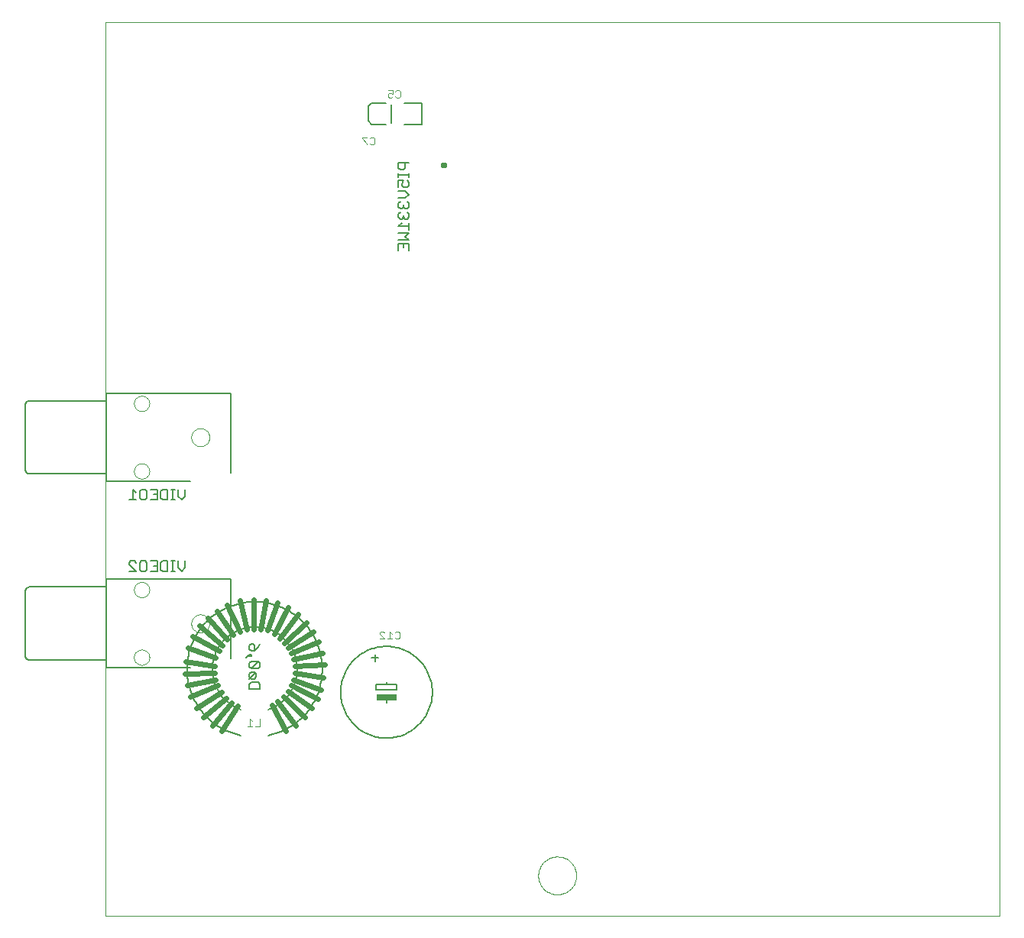
<source format=gbo>
G75*
%MOIN*%
%OFA0B0*%
%FSLAX24Y24*%
%IPPOS*%
%LPD*%
%AMOC8*
5,1,8,0,0,1.08239X$1,22.5*
%
%ADD10C,0.0000*%
%ADD11C,0.0180*%
%ADD12C,0.0050*%
%ADD13C,0.0080*%
%ADD14C,0.0040*%
%ADD15C,0.0060*%
%ADD16R,0.0900X0.0250*%
%ADD17C,0.0240*%
D10*
X003644Y000150D02*
X003644Y039150D01*
X042644Y039150D01*
X042644Y000150D01*
X003644Y000150D01*
X004884Y011424D02*
X004886Y011460D01*
X004892Y011496D01*
X004902Y011531D01*
X004915Y011565D01*
X004932Y011597D01*
X004952Y011627D01*
X004976Y011654D01*
X005002Y011679D01*
X005031Y011701D01*
X005062Y011720D01*
X005095Y011735D01*
X005129Y011747D01*
X005165Y011755D01*
X005201Y011759D01*
X005237Y011759D01*
X005273Y011755D01*
X005309Y011747D01*
X005343Y011735D01*
X005376Y011720D01*
X005407Y011701D01*
X005436Y011679D01*
X005462Y011654D01*
X005486Y011627D01*
X005506Y011597D01*
X005523Y011565D01*
X005536Y011531D01*
X005546Y011496D01*
X005552Y011460D01*
X005554Y011424D01*
X005552Y011388D01*
X005546Y011352D01*
X005536Y011317D01*
X005523Y011283D01*
X005506Y011251D01*
X005486Y011221D01*
X005462Y011194D01*
X005436Y011169D01*
X005407Y011147D01*
X005376Y011128D01*
X005343Y011113D01*
X005309Y011101D01*
X005273Y011093D01*
X005237Y011089D01*
X005201Y011089D01*
X005165Y011093D01*
X005129Y011101D01*
X005095Y011113D01*
X005062Y011128D01*
X005031Y011147D01*
X005002Y011169D01*
X004976Y011194D01*
X004952Y011221D01*
X004932Y011251D01*
X004915Y011283D01*
X004902Y011317D01*
X004892Y011352D01*
X004886Y011388D01*
X004884Y011424D01*
X007384Y012900D02*
X007386Y012939D01*
X007392Y012978D01*
X007402Y013016D01*
X007415Y013053D01*
X007432Y013088D01*
X007452Y013122D01*
X007476Y013153D01*
X007503Y013182D01*
X007532Y013208D01*
X007564Y013231D01*
X007598Y013251D01*
X007634Y013267D01*
X007671Y013279D01*
X007710Y013288D01*
X007749Y013293D01*
X007788Y013294D01*
X007827Y013291D01*
X007866Y013284D01*
X007903Y013273D01*
X007940Y013259D01*
X007975Y013241D01*
X008008Y013220D01*
X008039Y013195D01*
X008067Y013168D01*
X008092Y013138D01*
X008114Y013105D01*
X008133Y013071D01*
X008148Y013035D01*
X008160Y012997D01*
X008168Y012959D01*
X008172Y012920D01*
X008172Y012880D01*
X008168Y012841D01*
X008160Y012803D01*
X008148Y012765D01*
X008133Y012729D01*
X008114Y012695D01*
X008092Y012662D01*
X008067Y012632D01*
X008039Y012605D01*
X008008Y012580D01*
X007975Y012559D01*
X007940Y012541D01*
X007903Y012527D01*
X007866Y012516D01*
X007827Y012509D01*
X007788Y012506D01*
X007749Y012507D01*
X007710Y012512D01*
X007671Y012521D01*
X007634Y012533D01*
X007598Y012549D01*
X007564Y012569D01*
X007532Y012592D01*
X007503Y012618D01*
X007476Y012647D01*
X007452Y012678D01*
X007432Y012712D01*
X007415Y012747D01*
X007402Y012784D01*
X007392Y012822D01*
X007386Y012861D01*
X007384Y012900D01*
X004884Y014376D02*
X004886Y014412D01*
X004892Y014448D01*
X004902Y014483D01*
X004915Y014517D01*
X004932Y014549D01*
X004952Y014579D01*
X004976Y014606D01*
X005002Y014631D01*
X005031Y014653D01*
X005062Y014672D01*
X005095Y014687D01*
X005129Y014699D01*
X005165Y014707D01*
X005201Y014711D01*
X005237Y014711D01*
X005273Y014707D01*
X005309Y014699D01*
X005343Y014687D01*
X005376Y014672D01*
X005407Y014653D01*
X005436Y014631D01*
X005462Y014606D01*
X005486Y014579D01*
X005506Y014549D01*
X005523Y014517D01*
X005536Y014483D01*
X005546Y014448D01*
X005552Y014412D01*
X005554Y014376D01*
X005552Y014340D01*
X005546Y014304D01*
X005536Y014269D01*
X005523Y014235D01*
X005506Y014203D01*
X005486Y014173D01*
X005462Y014146D01*
X005436Y014121D01*
X005407Y014099D01*
X005376Y014080D01*
X005343Y014065D01*
X005309Y014053D01*
X005273Y014045D01*
X005237Y014041D01*
X005201Y014041D01*
X005165Y014045D01*
X005129Y014053D01*
X005095Y014065D01*
X005062Y014080D01*
X005031Y014099D01*
X005002Y014121D01*
X004976Y014146D01*
X004952Y014173D01*
X004932Y014203D01*
X004915Y014235D01*
X004902Y014269D01*
X004892Y014304D01*
X004886Y014340D01*
X004884Y014376D01*
X004884Y019549D02*
X004886Y019585D01*
X004892Y019621D01*
X004902Y019656D01*
X004915Y019690D01*
X004932Y019722D01*
X004952Y019752D01*
X004976Y019779D01*
X005002Y019804D01*
X005031Y019826D01*
X005062Y019845D01*
X005095Y019860D01*
X005129Y019872D01*
X005165Y019880D01*
X005201Y019884D01*
X005237Y019884D01*
X005273Y019880D01*
X005309Y019872D01*
X005343Y019860D01*
X005376Y019845D01*
X005407Y019826D01*
X005436Y019804D01*
X005462Y019779D01*
X005486Y019752D01*
X005506Y019722D01*
X005523Y019690D01*
X005536Y019656D01*
X005546Y019621D01*
X005552Y019585D01*
X005554Y019549D01*
X005552Y019513D01*
X005546Y019477D01*
X005536Y019442D01*
X005523Y019408D01*
X005506Y019376D01*
X005486Y019346D01*
X005462Y019319D01*
X005436Y019294D01*
X005407Y019272D01*
X005376Y019253D01*
X005343Y019238D01*
X005309Y019226D01*
X005273Y019218D01*
X005237Y019214D01*
X005201Y019214D01*
X005165Y019218D01*
X005129Y019226D01*
X005095Y019238D01*
X005062Y019253D01*
X005031Y019272D01*
X005002Y019294D01*
X004976Y019319D01*
X004952Y019346D01*
X004932Y019376D01*
X004915Y019408D01*
X004902Y019442D01*
X004892Y019477D01*
X004886Y019513D01*
X004884Y019549D01*
X007384Y021025D02*
X007386Y021064D01*
X007392Y021103D01*
X007402Y021141D01*
X007415Y021178D01*
X007432Y021213D01*
X007452Y021247D01*
X007476Y021278D01*
X007503Y021307D01*
X007532Y021333D01*
X007564Y021356D01*
X007598Y021376D01*
X007634Y021392D01*
X007671Y021404D01*
X007710Y021413D01*
X007749Y021418D01*
X007788Y021419D01*
X007827Y021416D01*
X007866Y021409D01*
X007903Y021398D01*
X007940Y021384D01*
X007975Y021366D01*
X008008Y021345D01*
X008039Y021320D01*
X008067Y021293D01*
X008092Y021263D01*
X008114Y021230D01*
X008133Y021196D01*
X008148Y021160D01*
X008160Y021122D01*
X008168Y021084D01*
X008172Y021045D01*
X008172Y021005D01*
X008168Y020966D01*
X008160Y020928D01*
X008148Y020890D01*
X008133Y020854D01*
X008114Y020820D01*
X008092Y020787D01*
X008067Y020757D01*
X008039Y020730D01*
X008008Y020705D01*
X007975Y020684D01*
X007940Y020666D01*
X007903Y020652D01*
X007866Y020641D01*
X007827Y020634D01*
X007788Y020631D01*
X007749Y020632D01*
X007710Y020637D01*
X007671Y020646D01*
X007634Y020658D01*
X007598Y020674D01*
X007564Y020694D01*
X007532Y020717D01*
X007503Y020743D01*
X007476Y020772D01*
X007452Y020803D01*
X007432Y020837D01*
X007415Y020872D01*
X007402Y020909D01*
X007392Y020947D01*
X007386Y020986D01*
X007384Y021025D01*
X004884Y022501D02*
X004886Y022537D01*
X004892Y022573D01*
X004902Y022608D01*
X004915Y022642D01*
X004932Y022674D01*
X004952Y022704D01*
X004976Y022731D01*
X005002Y022756D01*
X005031Y022778D01*
X005062Y022797D01*
X005095Y022812D01*
X005129Y022824D01*
X005165Y022832D01*
X005201Y022836D01*
X005237Y022836D01*
X005273Y022832D01*
X005309Y022824D01*
X005343Y022812D01*
X005376Y022797D01*
X005407Y022778D01*
X005436Y022756D01*
X005462Y022731D01*
X005486Y022704D01*
X005506Y022674D01*
X005523Y022642D01*
X005536Y022608D01*
X005546Y022573D01*
X005552Y022537D01*
X005554Y022501D01*
X005552Y022465D01*
X005546Y022429D01*
X005536Y022394D01*
X005523Y022360D01*
X005506Y022328D01*
X005486Y022298D01*
X005462Y022271D01*
X005436Y022246D01*
X005407Y022224D01*
X005376Y022205D01*
X005343Y022190D01*
X005309Y022178D01*
X005273Y022170D01*
X005237Y022166D01*
X005201Y022166D01*
X005165Y022170D01*
X005129Y022178D01*
X005095Y022190D01*
X005062Y022205D01*
X005031Y022224D01*
X005002Y022246D01*
X004976Y022271D01*
X004952Y022298D01*
X004932Y022328D01*
X004915Y022360D01*
X004902Y022394D01*
X004892Y022429D01*
X004886Y022465D01*
X004884Y022501D01*
X022517Y001900D02*
X022519Y001957D01*
X022525Y002014D01*
X022535Y002070D01*
X022548Y002126D01*
X022566Y002180D01*
X022587Y002233D01*
X022612Y002284D01*
X022640Y002334D01*
X022672Y002381D01*
X022706Y002427D01*
X022744Y002469D01*
X022785Y002509D01*
X022828Y002547D01*
X022874Y002581D01*
X022922Y002611D01*
X022972Y002639D01*
X023024Y002663D01*
X023078Y002683D01*
X023132Y002699D01*
X023188Y002712D01*
X023244Y002721D01*
X023301Y002726D01*
X023358Y002727D01*
X023415Y002724D01*
X023472Y002717D01*
X023528Y002706D01*
X023583Y002692D01*
X023637Y002673D01*
X023690Y002651D01*
X023741Y002626D01*
X023790Y002596D01*
X023837Y002564D01*
X023882Y002528D01*
X023924Y002490D01*
X023963Y002448D01*
X023999Y002404D01*
X024033Y002358D01*
X024063Y002309D01*
X024089Y002259D01*
X024112Y002207D01*
X024131Y002153D01*
X024147Y002098D01*
X024159Y002042D01*
X024167Y001985D01*
X024171Y001929D01*
X024171Y001871D01*
X024167Y001815D01*
X024159Y001758D01*
X024147Y001702D01*
X024131Y001647D01*
X024112Y001593D01*
X024089Y001541D01*
X024063Y001491D01*
X024033Y001442D01*
X023999Y001396D01*
X023963Y001352D01*
X023924Y001310D01*
X023882Y001272D01*
X023837Y001236D01*
X023790Y001204D01*
X023741Y001174D01*
X023690Y001149D01*
X023637Y001127D01*
X023583Y001108D01*
X023528Y001094D01*
X023472Y001083D01*
X023415Y001076D01*
X023358Y001073D01*
X023301Y001074D01*
X023244Y001079D01*
X023188Y001088D01*
X023132Y001101D01*
X023078Y001117D01*
X023024Y001137D01*
X022972Y001161D01*
X022922Y001189D01*
X022874Y001219D01*
X022828Y001253D01*
X022785Y001291D01*
X022744Y001331D01*
X022706Y001373D01*
X022672Y001419D01*
X022640Y001466D01*
X022612Y001516D01*
X022587Y001567D01*
X022566Y001620D01*
X022548Y001674D01*
X022535Y001730D01*
X022525Y001786D01*
X022519Y001843D01*
X022517Y001900D01*
D11*
X018429Y032865D02*
X018342Y032865D01*
X018342Y032952D01*
X018429Y032952D01*
X018429Y032865D01*
D12*
X016869Y033000D02*
X016419Y033000D01*
X016419Y032775D01*
X016494Y032700D01*
X016644Y032700D01*
X016719Y032775D01*
X016719Y033000D01*
X016869Y032540D02*
X016869Y032389D01*
X016869Y032465D02*
X016419Y032465D01*
X016419Y032540D02*
X016419Y032389D01*
X016419Y032233D02*
X016644Y032233D01*
X016569Y032083D01*
X016569Y032007D01*
X016644Y031932D01*
X016794Y031932D01*
X016869Y032007D01*
X016869Y032158D01*
X016794Y032233D01*
X016419Y032233D02*
X016419Y031932D01*
X016419Y031772D02*
X016719Y031772D01*
X016869Y031622D01*
X016719Y031472D01*
X016419Y031472D01*
X016494Y031312D02*
X016419Y031237D01*
X016419Y031087D01*
X016494Y031012D01*
X016569Y031012D01*
X016644Y031087D01*
X016719Y031012D01*
X016794Y031012D01*
X016869Y031087D01*
X016869Y031237D01*
X016794Y031312D01*
X016644Y031162D02*
X016644Y031087D01*
X016794Y030852D02*
X016869Y030776D01*
X016869Y030626D01*
X016794Y030551D01*
X016719Y030551D01*
X016644Y030626D01*
X016644Y030701D01*
X016644Y030626D02*
X016569Y030551D01*
X016494Y030551D01*
X016419Y030626D01*
X016419Y030776D01*
X016494Y030852D01*
X016569Y030391D02*
X016419Y030241D01*
X016869Y030241D01*
X016869Y030391D02*
X016869Y030091D01*
X016869Y029931D02*
X016419Y029931D01*
X016419Y029630D02*
X016869Y029630D01*
X016719Y029781D01*
X016869Y029931D01*
X016869Y029470D02*
X016419Y029470D01*
X016419Y029170D01*
X016644Y029320D02*
X016644Y029470D01*
X016869Y029470D02*
X016869Y029170D01*
X016119Y034750D02*
X016119Y035550D01*
X007119Y018750D02*
X007119Y018450D01*
X006969Y018300D01*
X006819Y018450D01*
X006819Y018750D01*
X006659Y018750D02*
X006508Y018750D01*
X006583Y018750D02*
X006583Y018300D01*
X006508Y018300D02*
X006659Y018300D01*
X006352Y018300D02*
X006352Y018750D01*
X006126Y018750D01*
X006051Y018675D01*
X006051Y018375D01*
X006126Y018300D01*
X006352Y018300D01*
X005891Y018300D02*
X005891Y018750D01*
X005591Y018750D01*
X005431Y018675D02*
X005431Y018375D01*
X005356Y018300D01*
X005206Y018300D01*
X005131Y018375D01*
X005131Y018675D01*
X005206Y018750D01*
X005356Y018750D01*
X005431Y018675D01*
X005741Y018525D02*
X005891Y018525D01*
X005891Y018300D02*
X005591Y018300D01*
X004970Y018300D02*
X004670Y018300D01*
X004820Y018300D02*
X004820Y018750D01*
X004970Y018600D01*
X004895Y015625D02*
X004745Y015625D01*
X004670Y015550D01*
X004670Y015475D01*
X004970Y015175D01*
X004670Y015175D01*
X005131Y015250D02*
X005131Y015550D01*
X005206Y015625D01*
X005356Y015625D01*
X005431Y015550D01*
X005431Y015250D01*
X005356Y015175D01*
X005206Y015175D01*
X005131Y015250D01*
X004970Y015550D02*
X004895Y015625D01*
X005591Y015625D02*
X005891Y015625D01*
X005891Y015175D01*
X005591Y015175D01*
X005741Y015400D02*
X005891Y015400D01*
X006051Y015250D02*
X006051Y015550D01*
X006126Y015625D01*
X006352Y015625D01*
X006352Y015175D01*
X006126Y015175D01*
X006051Y015250D01*
X006508Y015175D02*
X006659Y015175D01*
X006583Y015175D02*
X006583Y015625D01*
X006508Y015625D02*
X006659Y015625D01*
X006819Y015625D02*
X006819Y015325D01*
X006969Y015175D01*
X007119Y015325D01*
X007119Y015625D01*
X009994Y012013D02*
X010069Y012013D01*
X010144Y011938D01*
X010144Y011713D01*
X009994Y011713D01*
X009919Y011788D01*
X009919Y011938D01*
X009994Y012013D01*
X010294Y011863D02*
X010144Y011713D01*
X010294Y011863D02*
X010369Y012013D01*
X009994Y011556D02*
X009994Y011481D01*
X009919Y011481D01*
X009919Y011556D01*
X009994Y011556D01*
X009919Y011556D02*
X009769Y011406D01*
X009994Y011246D02*
X009919Y011171D01*
X009919Y011021D01*
X009994Y010946D01*
X010294Y011246D01*
X009994Y011246D01*
X009994Y010946D02*
X010294Y010946D01*
X010369Y011021D01*
X010369Y011171D01*
X010294Y011246D01*
X010219Y010786D02*
X009919Y010485D01*
X009994Y010485D02*
X009919Y010560D01*
X009919Y010711D01*
X009994Y010786D01*
X010144Y010786D01*
X010219Y010711D01*
X010219Y010560D01*
X010144Y010485D01*
X009994Y010485D01*
X009994Y010325D02*
X010294Y010325D01*
X010369Y010250D01*
X010369Y010025D01*
X009919Y010025D01*
X009919Y010250D01*
X009994Y010325D01*
D13*
X009116Y011365D02*
X009116Y014829D01*
X003683Y014829D01*
X003683Y010971D01*
X007345Y010971D01*
X003644Y011306D02*
X000337Y011306D01*
X000337Y011305D02*
X000311Y011307D01*
X000286Y011312D01*
X000262Y011320D01*
X000238Y011331D01*
X000217Y011346D01*
X000198Y011363D01*
X000181Y011382D01*
X000166Y011404D01*
X000155Y011427D01*
X000147Y011451D01*
X000142Y011476D01*
X000140Y011502D01*
X000140Y014298D01*
X000142Y014324D01*
X000147Y014349D01*
X000155Y014373D01*
X000166Y014397D01*
X000181Y014418D01*
X000198Y014437D01*
X000217Y014454D01*
X000238Y014469D01*
X000262Y014480D01*
X000286Y014488D01*
X000311Y014493D01*
X000337Y014495D01*
X000337Y014494D02*
X003644Y014494D01*
X003683Y019096D02*
X007345Y019096D01*
X009116Y019490D02*
X009116Y022954D01*
X003683Y022954D01*
X003683Y019096D01*
X003644Y019431D02*
X000337Y019431D01*
X000337Y019430D02*
X000311Y019432D01*
X000286Y019437D01*
X000262Y019445D01*
X000238Y019456D01*
X000217Y019471D01*
X000198Y019488D01*
X000181Y019507D01*
X000166Y019529D01*
X000155Y019552D01*
X000147Y019576D01*
X000142Y019601D01*
X000140Y019627D01*
X000140Y022423D01*
X000142Y022449D01*
X000147Y022474D01*
X000155Y022498D01*
X000166Y022522D01*
X000181Y022543D01*
X000198Y022562D01*
X000217Y022579D01*
X000238Y022594D01*
X000262Y022605D01*
X000286Y022613D01*
X000311Y022618D01*
X000337Y022620D01*
X000337Y022619D02*
X003644Y022619D01*
X015245Y034678D02*
X015088Y034835D01*
X015088Y035465D01*
X015245Y035622D01*
X015875Y035622D01*
X016663Y035622D02*
X017450Y035622D01*
X017450Y034678D01*
X016663Y034678D01*
X015875Y034678D02*
X015245Y034678D01*
D14*
X015214Y034115D02*
X015321Y034115D01*
X015374Y034062D01*
X015374Y033848D01*
X015321Y033795D01*
X015214Y033795D01*
X015160Y033848D01*
X015042Y033848D02*
X015042Y033795D01*
X015042Y033848D02*
X014829Y034062D01*
X014829Y034115D01*
X015042Y034115D01*
X015160Y034062D02*
X015214Y034115D01*
X016007Y035839D02*
X016114Y035839D01*
X016167Y035892D01*
X016167Y035999D02*
X016061Y036052D01*
X016007Y036052D01*
X015954Y035999D01*
X015954Y035892D01*
X016007Y035839D01*
X016167Y035999D02*
X016167Y036159D01*
X015954Y036159D01*
X016285Y036106D02*
X016339Y036159D01*
X016446Y036159D01*
X016499Y036106D01*
X016499Y035892D01*
X016446Y035839D01*
X016339Y035839D01*
X016285Y035892D01*
X016308Y012550D02*
X016415Y012550D01*
X016468Y012497D01*
X016468Y012283D01*
X016415Y012230D01*
X016308Y012230D01*
X016255Y012283D01*
X016137Y012230D02*
X015923Y012230D01*
X016030Y012230D02*
X016030Y012550D01*
X016137Y012444D01*
X016255Y012497D02*
X016308Y012550D01*
X015805Y012497D02*
X015752Y012550D01*
X015645Y012550D01*
X015592Y012497D01*
X015592Y012444D01*
X015805Y012230D01*
X015592Y012230D01*
X010374Y008740D02*
X010374Y008420D01*
X010160Y008420D01*
X010042Y008420D02*
X009829Y008420D01*
X009936Y008420D02*
X009936Y008740D01*
X010042Y008634D01*
D15*
X009552Y009147D02*
X009472Y009176D01*
X009393Y009209D01*
X009316Y009246D01*
X009240Y009286D01*
X009167Y009329D01*
X009095Y009376D01*
X009026Y009426D01*
X008959Y009479D01*
X008895Y009535D01*
X008833Y009594D01*
X008774Y009656D01*
X008718Y009721D01*
X008666Y009788D01*
X008616Y009857D01*
X008569Y009929D01*
X008526Y010003D01*
X008487Y010078D01*
X008450Y010156D01*
X008418Y010235D01*
X008389Y010315D01*
X008364Y010396D01*
X008343Y010479D01*
X008325Y010563D01*
X008311Y010647D01*
X008302Y010732D01*
X008296Y010817D01*
X008294Y010902D01*
X008296Y010988D01*
X008302Y011073D01*
X008312Y011158D01*
X008326Y011242D01*
X008344Y011326D01*
X008365Y011408D01*
X008391Y011490D01*
X008420Y011570D01*
X008452Y011649D01*
X008489Y011726D01*
X008529Y011802D01*
X008572Y011875D01*
X008619Y011947D01*
X008669Y012016D01*
X008722Y012083D01*
X008778Y012147D01*
X008837Y012209D01*
X008899Y012268D01*
X008963Y012324D01*
X009030Y012377D01*
X009099Y012427D01*
X009171Y012473D01*
X009244Y012517D01*
X009320Y012556D01*
X009397Y012593D01*
X009476Y012625D01*
X009557Y012654D01*
X009638Y012679D01*
X009721Y012701D01*
X009804Y012719D01*
X009889Y012732D01*
X009973Y012742D01*
X010059Y012748D01*
X010144Y012750D01*
X010229Y012748D01*
X010315Y012742D01*
X010399Y012732D01*
X010484Y012719D01*
X010567Y012701D01*
X010650Y012679D01*
X010731Y012654D01*
X010812Y012625D01*
X010891Y012593D01*
X010968Y012556D01*
X011044Y012517D01*
X011117Y012473D01*
X011189Y012427D01*
X011258Y012377D01*
X011325Y012324D01*
X011389Y012268D01*
X011451Y012209D01*
X011510Y012147D01*
X011566Y012083D01*
X011619Y012016D01*
X011669Y011947D01*
X011716Y011875D01*
X011759Y011802D01*
X011799Y011726D01*
X011836Y011649D01*
X011868Y011570D01*
X011897Y011490D01*
X011923Y011408D01*
X011944Y011326D01*
X011962Y011242D01*
X011976Y011158D01*
X011986Y011073D01*
X011992Y010988D01*
X011994Y010902D01*
X011992Y010817D01*
X011986Y010732D01*
X011977Y010647D01*
X011963Y010563D01*
X011945Y010479D01*
X011924Y010396D01*
X011899Y010315D01*
X011870Y010235D01*
X011838Y010156D01*
X011801Y010078D01*
X011762Y010003D01*
X011719Y009929D01*
X011672Y009857D01*
X011622Y009788D01*
X011570Y009721D01*
X011514Y009656D01*
X011455Y009594D01*
X011393Y009535D01*
X011329Y009479D01*
X011262Y009426D01*
X011193Y009376D01*
X011121Y009329D01*
X011048Y009286D01*
X010972Y009246D01*
X010895Y009209D01*
X010816Y009176D01*
X010736Y009147D01*
X010741Y008011D02*
X010847Y008035D01*
X010951Y008063D01*
X011055Y008094D01*
X011157Y008129D01*
X011258Y008169D01*
X011358Y008211D01*
X011456Y008258D01*
X011552Y008308D01*
X011646Y008361D01*
X011738Y008418D01*
X011828Y008478D01*
X011916Y008542D01*
X012002Y008608D01*
X012084Y008678D01*
X012165Y008751D01*
X012242Y008826D01*
X012317Y008905D01*
X012389Y008986D01*
X012458Y009070D01*
X012523Y009156D01*
X012586Y009244D01*
X012645Y009335D01*
X012701Y009428D01*
X012753Y009523D01*
X012802Y009620D01*
X012847Y009718D01*
X012888Y009818D01*
X012926Y009920D01*
X012960Y010022D01*
X012991Y010126D01*
X013017Y010231D01*
X013040Y010337D01*
X013059Y010444D01*
X013073Y010551D01*
X013084Y010659D01*
X013091Y010767D01*
X013094Y010876D01*
X013093Y010984D01*
X013088Y011092D01*
X013079Y011200D01*
X013066Y011308D01*
X013049Y011415D01*
X013028Y011521D01*
X013003Y011626D01*
X012975Y011731D01*
X012942Y011834D01*
X012906Y011936D01*
X012866Y012037D01*
X012823Y012136D01*
X012775Y012234D01*
X012725Y012329D01*
X012670Y012423D01*
X012613Y012515D01*
X012552Y012604D01*
X012488Y012692D01*
X012420Y012777D01*
X012350Y012859D01*
X012276Y012938D01*
X012200Y013015D01*
X012121Y013089D01*
X012039Y013161D01*
X011955Y013229D01*
X011868Y013294D01*
X011779Y013355D01*
X011688Y013414D01*
X011595Y013469D01*
X011499Y013520D01*
X011402Y013568D01*
X011304Y013613D01*
X011203Y013653D01*
X011101Y013690D01*
X010998Y013724D01*
X010894Y013753D01*
X010789Y013779D01*
X010683Y013800D01*
X010576Y013818D01*
X010468Y013832D01*
X010360Y013842D01*
X010252Y013848D01*
X010144Y013850D01*
X010036Y013848D01*
X009928Y013842D01*
X009820Y013832D01*
X009712Y013818D01*
X009605Y013800D01*
X009499Y013779D01*
X009394Y013753D01*
X009290Y013724D01*
X009187Y013690D01*
X009085Y013653D01*
X008984Y013613D01*
X008886Y013568D01*
X008789Y013520D01*
X008693Y013469D01*
X008600Y013414D01*
X008509Y013355D01*
X008420Y013294D01*
X008333Y013229D01*
X008249Y013161D01*
X008167Y013089D01*
X008088Y013015D01*
X008012Y012938D01*
X007938Y012859D01*
X007868Y012777D01*
X007800Y012692D01*
X007736Y012604D01*
X007675Y012515D01*
X007618Y012423D01*
X007563Y012329D01*
X007513Y012234D01*
X007465Y012136D01*
X007422Y012037D01*
X007382Y011936D01*
X007346Y011834D01*
X007313Y011731D01*
X007285Y011626D01*
X007260Y011521D01*
X007239Y011415D01*
X007222Y011308D01*
X007209Y011200D01*
X007200Y011092D01*
X007195Y010984D01*
X007194Y010876D01*
X007197Y010767D01*
X007204Y010659D01*
X007215Y010551D01*
X007229Y010444D01*
X007248Y010337D01*
X007271Y010231D01*
X007297Y010126D01*
X007328Y010022D01*
X007362Y009920D01*
X007400Y009818D01*
X007441Y009718D01*
X007486Y009620D01*
X007535Y009523D01*
X007587Y009428D01*
X007643Y009335D01*
X007702Y009244D01*
X007765Y009156D01*
X007830Y009070D01*
X007899Y008986D01*
X007971Y008905D01*
X008046Y008826D01*
X008123Y008751D01*
X008204Y008678D01*
X008286Y008608D01*
X008372Y008542D01*
X008460Y008478D01*
X008550Y008418D01*
X008642Y008361D01*
X008736Y008308D01*
X008832Y008258D01*
X008930Y008211D01*
X009030Y008169D01*
X009131Y008129D01*
X009233Y008094D01*
X009337Y008063D01*
X009441Y008035D01*
X009547Y008011D01*
X015444Y010000D02*
X015444Y010250D01*
X015894Y010250D01*
X016344Y010250D01*
X016344Y010000D01*
X015444Y010000D01*
X013894Y009900D02*
X013896Y009989D01*
X013902Y010078D01*
X013912Y010167D01*
X013926Y010255D01*
X013943Y010342D01*
X013965Y010428D01*
X013991Y010514D01*
X014020Y010598D01*
X014053Y010681D01*
X014089Y010762D01*
X014130Y010842D01*
X014173Y010919D01*
X014220Y010995D01*
X014271Y011068D01*
X014324Y011139D01*
X014381Y011208D01*
X014441Y011274D01*
X014504Y011338D01*
X014569Y011398D01*
X014637Y011456D01*
X014708Y011510D01*
X014781Y011561D01*
X014856Y011609D01*
X014933Y011654D01*
X015012Y011695D01*
X015093Y011732D01*
X015175Y011766D01*
X015259Y011797D01*
X015344Y011823D01*
X015430Y011846D01*
X015517Y011864D01*
X015605Y011879D01*
X015694Y011890D01*
X015783Y011897D01*
X015872Y011900D01*
X015961Y011899D01*
X016050Y011894D01*
X016138Y011885D01*
X016227Y011872D01*
X016314Y011855D01*
X016401Y011835D01*
X016487Y011810D01*
X016571Y011782D01*
X016654Y011750D01*
X016736Y011714D01*
X016816Y011675D01*
X016894Y011632D01*
X016970Y011586D01*
X017044Y011536D01*
X017116Y011483D01*
X017185Y011427D01*
X017252Y011368D01*
X017316Y011306D01*
X017377Y011242D01*
X017436Y011174D01*
X017491Y011104D01*
X017543Y011032D01*
X017592Y010957D01*
X017637Y010881D01*
X017679Y010802D01*
X017717Y010722D01*
X017752Y010640D01*
X017783Y010556D01*
X017811Y010471D01*
X017834Y010385D01*
X017854Y010298D01*
X017870Y010211D01*
X017882Y010122D01*
X017890Y010034D01*
X017894Y009945D01*
X017894Y009855D01*
X017890Y009766D01*
X017882Y009678D01*
X017870Y009589D01*
X017854Y009502D01*
X017834Y009415D01*
X017811Y009329D01*
X017783Y009244D01*
X017752Y009160D01*
X017717Y009078D01*
X017679Y008998D01*
X017637Y008919D01*
X017592Y008843D01*
X017543Y008768D01*
X017491Y008696D01*
X017436Y008626D01*
X017377Y008558D01*
X017316Y008494D01*
X017252Y008432D01*
X017185Y008373D01*
X017116Y008317D01*
X017044Y008264D01*
X016970Y008214D01*
X016894Y008168D01*
X016816Y008125D01*
X016736Y008086D01*
X016654Y008050D01*
X016571Y008018D01*
X016487Y007990D01*
X016401Y007965D01*
X016314Y007945D01*
X016227Y007928D01*
X016138Y007915D01*
X016050Y007906D01*
X015961Y007901D01*
X015872Y007900D01*
X015783Y007903D01*
X015694Y007910D01*
X015605Y007921D01*
X015517Y007936D01*
X015430Y007954D01*
X015344Y007977D01*
X015259Y008003D01*
X015175Y008034D01*
X015093Y008068D01*
X015012Y008105D01*
X014933Y008146D01*
X014856Y008191D01*
X014781Y008239D01*
X014708Y008290D01*
X014637Y008344D01*
X014569Y008402D01*
X014504Y008462D01*
X014441Y008526D01*
X014381Y008592D01*
X014324Y008661D01*
X014271Y008732D01*
X014220Y008805D01*
X014173Y008881D01*
X014130Y008958D01*
X014089Y009038D01*
X014053Y009119D01*
X014020Y009202D01*
X013991Y009286D01*
X013965Y009372D01*
X013943Y009458D01*
X013926Y009545D01*
X013912Y009633D01*
X013902Y009722D01*
X013896Y009811D01*
X013894Y009900D01*
X015394Y011250D02*
X015394Y011550D01*
X015244Y011400D02*
X015544Y011400D01*
X015894Y010350D02*
X015894Y010250D01*
X015894Y009650D02*
X015894Y009450D01*
D16*
X015894Y009675D03*
D17*
X013144Y010550D02*
X011894Y010750D01*
X011894Y011050D02*
X013194Y011100D01*
X013094Y011600D02*
X011844Y011350D01*
X011744Y011600D02*
X012944Y012100D01*
X012694Y012550D02*
X011594Y011850D01*
X011444Y012050D02*
X012394Y012950D01*
X012044Y013300D02*
X011244Y012250D01*
X010994Y012450D02*
X011594Y013600D01*
X011144Y013800D02*
X010694Y012600D01*
X010394Y012650D02*
X010644Y013900D01*
X010094Y013950D02*
X010094Y012650D01*
X009794Y012650D02*
X009494Y013900D01*
X008944Y013700D02*
X009494Y012550D01*
X009194Y012400D02*
X008494Y013450D01*
X008094Y013150D02*
X008944Y012200D01*
X008744Y011950D02*
X007744Y012800D01*
X007444Y012350D02*
X008594Y011700D01*
X008444Y011400D02*
X007244Y011850D01*
X007144Y011250D02*
X008394Y011050D01*
X008394Y010750D02*
X007094Y010700D01*
X007194Y010200D02*
X008444Y010450D01*
X008544Y010200D02*
X007344Y009700D01*
X007594Y009200D02*
X008694Y009900D01*
X008894Y009650D02*
X007894Y008800D01*
X008294Y008450D02*
X009144Y009450D01*
X009394Y009300D02*
X008694Y008200D01*
X010894Y009350D02*
X011494Y008200D01*
X011944Y008450D02*
X011144Y009500D01*
X011394Y009700D02*
X012344Y008800D01*
X012644Y009200D02*
X011594Y009950D01*
X011744Y010200D02*
X012894Y009600D01*
X013044Y010000D02*
X011844Y010450D01*
M02*

</source>
